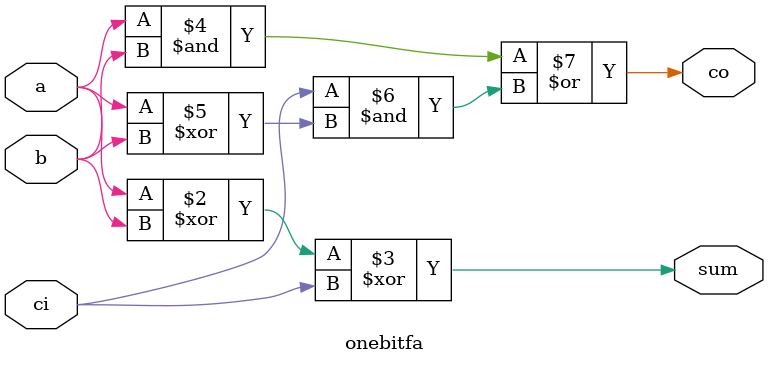
<source format=sv>
module fp_adder (
    input logic [8:0] operand_a,
    input logic [8:0] operand_b,
    input logic [0:0] subtract,
    output logic [8:0] result,
    output logic [0:0] overflow,
    output logic [0:0] underflow,
    output logic [0:0] zero_detect
    );
    wire [0:0] sign_a, sign_b;
    wire [3:0] exp_a, exp_b;
    wire [3:0] frac_a, frac_b;
    wire [3:0] final_exp;
    wire [4:0] exp_diff;
    wire [4:0] frac_diff;
    wire [3:0] bigger_frac;
    wire [3:0] smaller_frac;
    wire [14:0] smaller_mantisa;
    wire [15:0] result_mantisa;
    wire [0:0] result_sign;
    wire [3:0] result_exp;
    wire [3:0] result_frac;

    always_comb begin
    	sign_a = operand_a[8];
	sign_b = operand_b[8];
	exp_a = operand_a[7:4];
	exp_b = operand_b[7:4];
	frac_a = operand_a[3:0];
	frac_b = operand_b[3:0];
	result = {result_sign, result_exp, result_frac};
	zero_detect = ~|result_exp & ~|result_frac;
    end

    exp_indentifier exp_comparation (.exp_a, .exp_b, .exp_diff, .final_exp);
    frac_indentifier frac_comparation (.frac_a, .frac_b, .exp_diff, .frac_diff, .bigger_frac, .smaller_frac);
    shifted_smaller_mantisa shift_smaller_mantisa (.smaller_frac, .exp_diff, .smaller_mantisa);
    mantisas_adder mantisas_addition (.subtract(sign_a^sign_b^subtract), .bigger_mantisa({1'b1, bigger_frac, 10'b0000000000}), .smaller_mantisa, .result_mantisa);
    normalizer normalization (.result_mantisa, .final_exp, .overflow, .underflow, .result_frac, .result_exp);
    sign_indentifier sign_indentation (.sign_a, .sign_b, .subtract, .exp_diff, .frac_diff, .result_sign);
endmodule: fp_adder

module sign_indentifier (
    input logic [0:0] sign_a,
    input logic [0:0] sign_b,
    input logic [0:0] subtract,
    input logic [4:0] exp_diff,
    input logic [4:0] frac_diff,
    output logic [0:0] result_sign
    );
    always_comb begin
	if (~|exp_diff)
	    result_sign = (frac_diff[4]) ? subtract^sign_b : sign_a;
	else
	    result_sign = (exp_diff[4]) ? subtract^sign_b : sign_a;
    end
endmodule: sign_indentifier

module exp_indentifier (
    input logic [3:0] exp_a,
    input logic [3:0] exp_b,
    output logic [4:0] exp_diff,
    output logic [3:0] final_exp
    );
    wire [4:0] tmp;
    onebitfa fa0 (.a(exp_a[0]), .b(~exp_b[0]), .ci(1'b1)  , .sum(exp_diff[0]), .co(tmp[0]));
    onebitfa fa1 (.a(exp_a[1]), .b(~exp_b[1]), .ci(tmp[0]), .sum(exp_diff[1]), .co(tmp[1]));
    onebitfa fa2 (.a(exp_a[2]), .b(~exp_b[2]), .ci(tmp[1]), .sum(exp_diff[2]), .co(tmp[2]));
    onebitfa fa3 (.a(exp_a[3]), .b(~exp_b[3]), .ci(tmp[2]), .sum(exp_diff[3]), .co(tmp[3]));
    assign exp_diff[4] = ~tmp[3];
    assign final_exp = (tmp[3]) ? exp_a : exp_b;
endmodule 

module frac_indentifier (
    input logic [3:0] frac_a,
    input logic [3:0] frac_b,
    input logic [4:0] exp_diff,
    output logic [4:0] frac_diff,
    output logic [3:0] bigger_frac,
    output logic [3:0] smaller_frac
    );
    wire [4:0] tmp;
    onebitfa fa0 (.a(frac_a[0]), .b(~frac_b[0]), .ci(1'b1)  , .sum(frac_diff[0]), .co(tmp[0]));
    onebitfa fa1 (.a(frac_a[1]), .b(~frac_b[1]), .ci(tmp[0]), .sum(frac_diff[1]), .co(tmp[1]));
    onebitfa fa2 (.a(frac_a[2]), .b(~frac_b[2]), .ci(tmp[1]), .sum(frac_diff[2]), .co(tmp[2]));
    onebitfa fa3 (.a(frac_a[3]), .b(~frac_b[3]), .ci(tmp[2]), .sum(frac_diff[3]), .co(tmp[3]));
    assign frac_diff[4] = ~tmp[3];
    always_comb begin
	if (~|exp_diff)
	    begin
	    	case(frac_diff[4])
		    1'b0: begin bigger_frac = frac_a; smaller_frac = frac_b; end
		    1'b1: begin bigger_frac = frac_b; smaller_frac = frac_a; end
		endcase
	    end
	else
	    begin
		case(exp_diff[4])
		    1'b0: begin bigger_frac = frac_a; smaller_frac = frac_b; end
		    1'b1: begin bigger_frac = frac_b; smaller_frac = frac_a; end
		endcase
	    end
    end
endmodule: frac_indentifier

module shifted_smaller_mantisa (
    input logic [3:0] smaller_frac,
    input logic [4:0] exp_diff,
    output logic [14:0] smaller_mantisa
    );
    wire [3:0] shift_value;
    always_comb begin
	case (exp_diff[4])
	    1'b0: shift_value = exp_diff[3:0];
	    1'b1: shift_value = {
		~exp_diff[3] ^ ~|exp_diff[2:0],
		~exp_diff[2] ^ ~|exp_diff[1:0],
		~exp_diff[1] ^ ~exp_diff[0],
		exp_diff[0]
		};
	endcase
    	case (shift_value)
	    4'b0000: smaller_mantisa = {1'b1, smaller_frac, 10'b0000000000};
	    4'b0001: smaller_mantisa = {2'b01, smaller_frac, 9'b000000000};
	    4'b0010: smaller_mantisa = {3'b001, smaller_frac, 8'b00000000};
	    4'b0011: smaller_mantisa = {4'b0001, smaller_frac, 7'b0000000};
	    4'b0100: smaller_mantisa = {5'b00001, smaller_frac, 6'b000000};
	    4'b0101: smaller_mantisa = {6'b000001, smaller_frac, 5'b00000};
	    4'b0110: smaller_mantisa = {7'b0000001, smaller_frac, 4'b0000};
	    4'b0111: smaller_mantisa = {8'b00000001, smaller_frac, 3'b000};
	    4'b1000: smaller_mantisa = {9'b000000001, smaller_frac, 2'b00};
	    4'b1001: smaller_mantisa = {10'b0000000001, smaller_frac, 1'b0};
	    4'b1010: smaller_mantisa = {11'b00000000001, smaller_frac};
	    4'b1011: smaller_mantisa = {12'b000000000001, smaller_frac[3:1]};
	    4'b1100: smaller_mantisa = {13'b0000000000001, smaller_frac[3:2]};
	    4'b1101: smaller_mantisa = {14'b00000000000001, smaller_frac[3]};
	    4'b1110: smaller_mantisa = {15'b000000000000001};
	    4'b1111: smaller_mantisa = {15'b000000000000000};
   	endcase
    end
endmodule: shifted_smaller_mantisa

module mantisas_adder (
    input logic [0:0] subtract,
    input logic [14:0] bigger_mantisa,
    input logic [14:0] smaller_mantisa,
    output logic [15:0] result_mantisa
    );
    wire [15:0] tmp;
    onebitfa fa0 (.a(bigger_mantisa[0]), .b(smaller_mantisa[0]^subtract), .ci(subtract), .sum(result_mantisa[0]), .co(tmp[0]));
    onebitfa fa1 (.a(bigger_mantisa[1]), .b(smaller_mantisa[1]^subtract), .ci(tmp[0]), .sum(result_mantisa[1]), .co(tmp[1]));
    onebitfa fa2 (.a(bigger_mantisa[2]), .b(smaller_mantisa[2]^subtract), .ci(tmp[1]), .sum(result_mantisa[2]), .co(tmp[2]));
    onebitfa fa3 (.a(bigger_mantisa[3]), .b(smaller_mantisa[3]^subtract), .ci(tmp[2]), .sum(result_mantisa[3]), .co(tmp[3]));
    onebitfa fa4 (.a(bigger_mantisa[4]), .b(smaller_mantisa[4]^subtract), .ci(tmp[3]), .sum(result_mantisa[4]), .co(tmp[4]));
    onebitfa fa5 (.a(bigger_mantisa[5]), .b(smaller_mantisa[5]^subtract), .ci(tmp[4]), .sum(result_mantisa[5]), .co(tmp[5]));
    onebitfa fa6 (.a(bigger_mantisa[6]), .b(smaller_mantisa[6]^subtract), .ci(tmp[5]), .sum(result_mantisa[6]), .co(tmp[6]));
    onebitfa fa7 (.a(bigger_mantisa[7]), .b(smaller_mantisa[7]^subtract), .ci(tmp[6]), .sum(result_mantisa[7]), .co(tmp[7]));
    onebitfa fa8 (.a(bigger_mantisa[8]), .b(smaller_mantisa[8]^subtract), .ci(tmp[7]), .sum(result_mantisa[8]), .co(tmp[8]));
    onebitfa fa9 (.a(bigger_mantisa[9]), .b(smaller_mantisa[9]^subtract), .ci(tmp[8]), .sum(result_mantisa[9]), .co(tmp[9]));
    onebitfa fa10 (.a(bigger_mantisa[10]), .b(smaller_mantisa[10]^subtract), .ci(tmp[9]), .sum(result_mantisa[10]), .co(tmp[10]));
    onebitfa fa11 (.a(bigger_mantisa[11]), .b(smaller_mantisa[11]^subtract), .ci(tmp[10]), .sum(result_mantisa[11]), .co(tmp[11]));
    onebitfa fa12 (.a(bigger_mantisa[12]), .b(smaller_mantisa[12]^subtract), .ci(tmp[11]), .sum(result_mantisa[12]), .co(tmp[12]));
    onebitfa fa13 (.a(bigger_mantisa[13]), .b(smaller_mantisa[13]^subtract), .ci(tmp[12]), .sum(result_mantisa[13]), .co(tmp[13]));
    onebitfa fa14 (.a(bigger_mantisa[14]), .b(smaller_mantisa[14]^subtract), .ci(tmp[13]), .sum(result_mantisa[14]), .co(tmp[14]));
    assign result_mantisa[15] = tmp[14] ^ subtract;
endmodule: mantisas_adder

module normalizer (
    input logic [15:0] result_mantisa,
    input logic [3:0] final_exp,
    output logic [0:0] overflow,
    output logic [0:0] underflow,
    output logic [3:0] result_frac,
    output logic [3:0] result_exp
    );
    wire [4:0] sel;
    wire [4:0] exp_shift;
    always_comb begin
	sel[0] = ~|result_mantisa[15:1] & result_mantisa[0] |
		 ~|result_mantisa[15:3] & result_mantisa[2] |
		 ~|result_mantisa[15:5] & result_mantisa[4] |
		 ~|result_mantisa[15:7] & result_mantisa[6] |
		 ~|result_mantisa[15:9] & result_mantisa[8] |
		 ~|result_mantisa[15:11] & result_mantisa[10] |
		 ~|result_mantisa[15:13] & result_mantisa[12] |
		 ~result_mantisa[15] & result_mantisa[14];
	sel[1] = ~|result_mantisa[15:2] & result_mantisa[1] |
		 ~|result_mantisa[15:3] & result_mantisa[2] |
		 ~|result_mantisa[15:6] & result_mantisa[5] |
		 ~|result_mantisa[15:7] & result_mantisa[6] |
		 ~|result_mantisa[15:10] & result_mantisa[9] |
		 ~|result_mantisa[15:11] & result_mantisa[10] |
		 ~|result_mantisa[15:14] & result_mantisa[13] |
		 ~result_mantisa[15] & result_mantisa[14];
	sel[2] = ~|result_mantisa[15:4] & result_mantisa[3] |
		 ~|result_mantisa[15:5] & result_mantisa[4] |
		 ~|result_mantisa[15:6] & result_mantisa[5] |
		 ~|result_mantisa[15:7] & result_mantisa[6] |
		 ~|result_mantisa[15:12] & result_mantisa[11] |
		 ~|result_mantisa[15:13] & result_mantisa[12] |
		 ~|result_mantisa[15:14] & result_mantisa[13] |
		 ~result_mantisa[15] & result_mantisa[14];
	sel[3] = ~|result_mantisa[15:8] & result_mantisa[7] |
		 ~|result_mantisa[15:9] & result_mantisa[8] |
		 ~|result_mantisa[15:10] & result_mantisa[9] |
		 ~|result_mantisa[15:11] & result_mantisa[10] |
		 ~|result_mantisa[15:12] & result_mantisa[11] |
		 ~|result_mantisa[15:13] & result_mantisa[12] |
		 ~|result_mantisa[15:14] & result_mantisa[13] |
		 ~result_mantisa[15] & result_mantisa[14];
	sel[4] = result_mantisa[15];
    end
    wire [3:0] frac_tmp;
    always_comb begin
	case (sel)
	    5'b00000: frac_tmp = 4'b0000;
	    5'b00001: frac_tmp = 4'b0000;
	    5'b00010: frac_tmp = {result_mantisa[0], 3'b000};
	    5'b00011: frac_tmp = {result_mantisa[1:0], 2'b00};
	    5'b00100: frac_tmp = {result_mantisa[2:0], 1'b0};
	    5'b00101: frac_tmp = result_mantisa[3:0];
	    5'b00110: frac_tmp = result_mantisa[4:1];
	    5'b00111: frac_tmp = result_mantisa[5:2];
	    5'b01000: frac_tmp = result_mantisa[6:3];
	    5'b01001: frac_tmp = result_mantisa[7:4];
	    5'b01010: frac_tmp = result_mantisa[8:5];
	    5'b01011: frac_tmp = result_mantisa[9:6];
	    5'b01100: frac_tmp = result_mantisa[10:7];
	    5'b01101: frac_tmp = result_mantisa[11:8];
	    5'b01110: frac_tmp = result_mantisa[12:9];
	    5'b01111: frac_tmp = result_mantisa[13:10];
	    5'b10000: frac_tmp = result_mantisa[14:11];
	    default: frac_tmp = result_mantisa[14:11];
	endcase
    end
    always_comb begin
    	case (sel)
	    5'b00000: exp_shift = final_exp;
	    5'b00001: exp_shift = 4'b1110; 
	    5'b00010: exp_shift = 4'b1101;
	    5'b00011: exp_shift = 4'b1100;
	    5'b00100: exp_shift = 4'b1011;
	    5'b00101: exp_shift = 4'b1010;
	    5'b00110: exp_shift = 4'b1001;
	    5'b00111: exp_shift = 4'b1000;
	    5'b01000: exp_shift = 4'b0111;
	    5'b01001: exp_shift = 4'b0110;
	    5'b01010: exp_shift = 4'b0101;
	    5'b01011: exp_shift = 4'b0100;
	    5'b01100: exp_shift = 4'b0011;
	    5'b01101: exp_shift = 4'b0010;
	    5'b01110: exp_shift = 4'b0001;
	    5'b01111: exp_shift = 4'b0000;
	    5'b10000: exp_shift = 4'b1111;
	    default:  exp_shift = 4'b1111;
    	endcase
    end
    wire [4:0] tmp;
    wire [3:0] exp_tmp;
    onebitfa fa0 (.a(final_exp[0]), .b(~exp_shift[0]), .ci(1'b1), .sum(exp_tmp[0]), .co(tmp[0]));
    onebitfa fa1 (.a(final_exp[1]), .b(~exp_shift[1]), .ci(tmp[0]), .sum(exp_tmp[1]), .co(tmp[1]));
    onebitfa fa2 (.a(final_exp[2]), .b(~exp_shift[2]), .ci(tmp[1]), .sum(exp_tmp[2]), .co(tmp[2]));
    onebitfa fa3 (.a(final_exp[3]), .b(~exp_shift[3]), .ci(tmp[2]), .sum(exp_tmp[3]), .co(tmp[3]));
    assign underflow = tmp[3]^(~result_mantisa[15]);
    assign overflow = result_mantisa[15]&(&exp_tmp);

    always_comb begin
	if (&final_exp) begin result_exp = final_exp; result_frac = 4'b0000; end
	else begin
	    result_exp = (overflow) ? final_exp : ((underflow) ? 4'b0000 : exp_tmp);
	    result_frac = (overflow) ? 4'b0000 : ((underflow) ? 4'b0000 : frac_tmp);
	end
    end
endmodule: normalizer

module onebitfa (
    input logic [0:0] a,
    input logic [0:0] b,
    input logic [0:0] ci,
    output logic [0:0] sum,
    output logic [0:0] co
    );
    always_comb begin
    	sum = a ^ b ^ ci;
	co = a&b | ci&(a^b);
    end
endmodule: onebitfa

</source>
